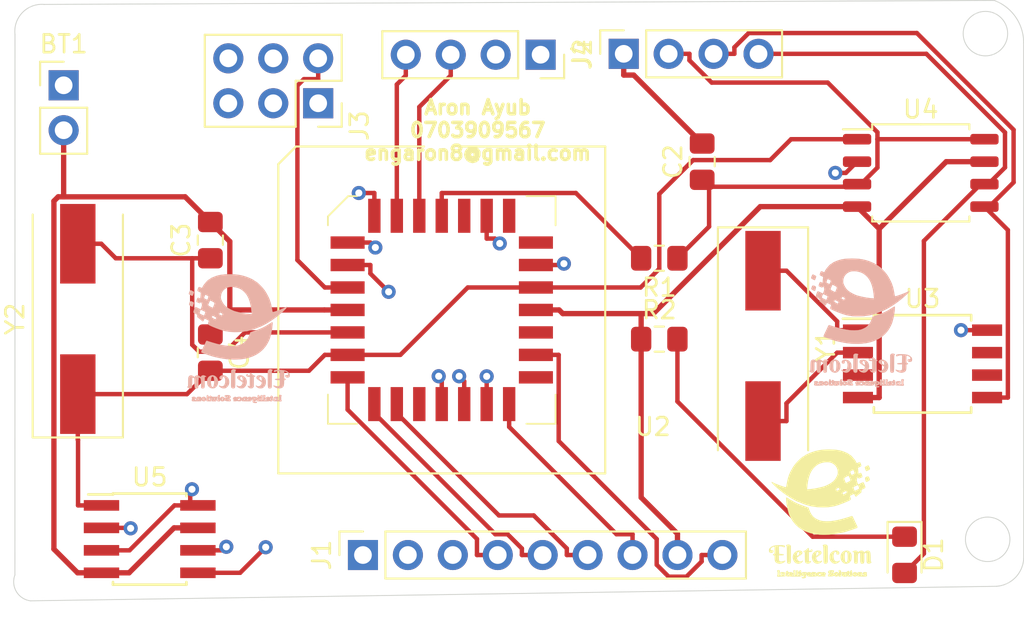
<source format=kicad_pcb>
(kicad_pcb (version 20171130) (host pcbnew "(5.1.5)-3")
  (title_block (title "ARON AYUB") (date 2020-11-30) (rev 1))
  (layers (0 F.Cu signal) (1 In1.Cu signal) (2 In2.Cu signal) (31 B.Cu signal) (34 B.Paste user) (35 F.Paste user) (36 B.SilkS user) (37 F.SilkS user) (38 B.Mask user) (39 F.Mask user) (44 Edge.Cuts user))
  (net 0 "")
  (net 1 GNDPWR)
  (net 2 /VCC)
  (net 3 "Net-(C3-Pad1)")
  (net 4 /ADDR1)
  (net 5 /SCK)
  (net 6 "Net-(D1-Pad1)")
  (net 7 /D8)
  (net 8 /D7)
  (net 9 /D6)
  (net 10 /D5)
  (net 11 /D4)
  (net 12 /D3)
  (net 13 /D2)
  (net 14 /SDA)
  (net 15 /connectors1/RESET)
  (net 16 /MOSI)
  (net 17 /MISO)
  (net 18 /TX)
  (net 19 /RX)
  (net 20 /RESET)
  (net 21 "Net-(U2-Pad25)")
  (net 22 /ADDR2)
  (net 23 "Net-(U2-Pad21)")
  (net 24 "Net-(U2-Pad19)")
  (net 25 "Net-(U2-Pad14)")
  (net 26 "Net-(U2-Pad26)")
  (net 27 "Net-(U2-Pad28)")
  (net 28 "Net-(U3-Pad7)")
  (net 29 "Net-(U3-Pad2)")
  (net 30 "Net-(U3-Pad1)")
  (module "Library:TE_LOGO_ 10.8_8.1" (layer B.Cu) (at 141.732 139.065 180)
    (fp_text reference G*** hide)
    (fp_text value LOGO hide)
  )
  (module "Library:TE_LOGO_ 10.8_8.1" (layer B.Cu) (at 106.553 139.954 180)
    (fp_text reference G*** hide)
    (fp_text value LOGO hide)
  )
  (module "Library:TE_LOGO_ 10.8_8.1" (layer F.Cu) (at 140.081 149.86)
    (fp_text reference G*** hide)
    (fp_text value LOGO hide)
  )
  (module Connector_PinSocket_2.54mm:PinSocket_2x03_P2.54mm_Vertical (layer F.Cu) (at 111.379 126.746 270)
    (fp_text reference J3 (at 1.27 -2.33 90) (layer F.SilkS))
    (fp_text value ICSP)
    (pad 6 thru_hole oval (at -2.54 5.08 270) (size 1.7 1.7) (drill 1) (layers *.Cu *.Mask) (net 1 GNDPWR))
    (pad 5 thru_hole oval (at 0 5.08 270) (size 1.7 1.7) (drill 1) (layers *.Cu *.Mask) (net 15 /connectors1/RESET))
    (pad 4 thru_hole oval (at -2.54 2.54 270) (size 1.7 1.7) (drill 1) (layers *.Cu *.Mask) (net 16 /MOSI))
    (pad 3 thru_hole oval (at 0 2.54 270) (size 1.7 1.7) (drill 1) (layers *.Cu *.Mask) (net 5 /SCK))
    (pad 2 thru_hole oval (at -2.54 0 270) (size 1.7 1.7) (drill 1) (layers *.Cu *.Mask) (net 2 /VCC))
    (pad 1 thru_hole rect (at 0 0 270) (size 1.7 1.7) (drill 1) (layers *.Cu *.Mask) (net 17 /MISO))
  )
  (module Connector_PinSocket_2.54mm:PinSocket_1x04_P2.54mm_Vertical (layer F.Cu) (at 123.952 124.002 270)
    (fp_text reference J4 (at 0 -2.33 90) (layer F.SilkS))
    (fp_text value serial)
    (pad 4 thru_hole oval (at 0 7.62 270) (size 1.7 1.7) (drill 1) (layers *.Cu *.Mask) (net 18 /TX))
    (pad 3 thru_hole oval (at 0 5.08 270) (size 1.7 1.7) (drill 1) (layers *.Cu *.Mask) (net 19 /RX))
    (pad 2 thru_hole oval (at 0 2.54 270) (size 1.7 1.7) (drill 1) (layers *.Cu *.Mask) (net 2 /VCC))
    (pad 1 thru_hole rect (at 0 0 270) (size 1.7 1.7) (drill 1) (layers *.Cu *.Mask) (net 1 GNDPWR))
  )
  (module Connector_PinSocket_2.54mm:PinSocket_1x04_P2.54mm_Vertical (layer F.Cu) (at 128.651 123.952 90)
    (fp_text reference J2 (at 0 -2.33 90) (layer F.SilkS))
    (fp_text value I2C)
    (pad 4 thru_hole oval (at 0 7.62 90) (size 1.7 1.7) (drill 1) (layers *.Cu *.Mask) (net 5 /SCK))
    (pad 3 thru_hole oval (at 0 5.08 90) (size 1.7 1.7) (drill 1) (layers *.Cu *.Mask) (net 14 /SDA))
    (pad 2 thru_hole oval (at 0 2.54 90) (size 1.7 1.7) (drill 1) (layers *.Cu *.Mask) (net 2 /VCC))
    (pad 1 thru_hole rect (at 0 0 90) (size 1.7 1.7) (drill 1) (layers *.Cu *.Mask) (net 1 GNDPWR))
  )
  (module Connector_PinSocket_2.54mm:PinSocket_1x09_P2.54mm_Vertical (layer F.Cu) (at 113.91 152.284 90)
    (fp_text reference J1 (at 0 -2.33 90) (layer F.SilkS))
    (fp_text value "digital pins")
    (pad 9 thru_hole oval (at 0 20.32 90) (size 1.7 1.7) (drill 1) (layers *.Cu *.Mask) (net 2 /VCC))
    (pad 8 thru_hole oval (at 0 17.78 90) (size 1.7 1.7) (drill 1) (layers *.Cu *.Mask) (net 1 GNDPWR))
    (pad 7 thru_hole oval (at 0 15.24 90) (size 1.7 1.7) (drill 1) (layers *.Cu *.Mask) (net 7 /D8))
    (pad 6 thru_hole oval (at 0 12.7 90) (size 1.7 1.7) (drill 1) (layers *.Cu *.Mask) (net 8 /D7))
    (pad 5 thru_hole oval (at 0 10.16 90) (size 1.7 1.7) (drill 1) (layers *.Cu *.Mask) (net 9 /D6))
    (pad 4 thru_hole oval (at 0 7.62 90) (size 1.7 1.7) (drill 1) (layers *.Cu *.Mask) (net 10 /D5))
    (pad 3 thru_hole oval (at 0 5.08 90) (size 1.7 1.7) (drill 1) (layers *.Cu *.Mask) (net 11 /D4))
    (pad 2 thru_hole oval (at 0 2.54 90) (size 1.7 1.7) (drill 1) (layers *.Cu *.Mask) (net 12 /D3))
    (pad 1 thru_hole rect (at 0 0 90) (size 1.7 1.7) (drill 1) (layers *.Cu *.Mask) (net 13 /D2))
  )
  (module Crystal:Crystal_SMD_HC49-SD (layer F.Cu) (at 97.79 138.938 90)
    (fp_text reference Y2 (at 0 -3.55 90) (layer F.SilkS))
    (fp_text value "Crystal 16Mhz")
    (pad 2 smd rect (at 4.25 0 90) (size 4.5 2) (layers F.Cu F.Paste F.Mask) (net 3 "Net-(C3-Pad1)"))
    (pad 1 smd rect (at -4.25 0 90) (size 4.5 2) (layers F.Cu F.Paste F.Mask) (net 4 /ADDR1))
  )
  (module Crystal:Crystal_SMD_HC49-SD (layer F.Cu) (at 136.525 140.462 270)
    (fp_text reference Y1 (at 0 -3.55 90) (layer F.SilkS))
    (fp_text value "Crystal 32MHz")
    (pad 2 smd rect (at 4.25 0 270) (size 4.5 2) (layers F.Cu F.Paste F.Mask) (net 29 "Net-(U3-Pad2)"))
    (pad 1 smd rect (at -4.25 0 270) (size 4.5 2) (layers F.Cu F.Paste F.Mask) (net 30 "Net-(U3-Pad1)"))
  )
  (module Package_SO:PowerIntegrations_SO-8 (layer F.Cu) (at 101.854 151.384)
    (fp_text reference U5 (at 0 -3.5) (layer F.SilkS))
    (fp_text value 24LC1025)
    (pad 1 smd rect (at -2.725 -1.905) (size 2 0.6) (layers F.Cu F.Paste F.Mask) (net 4 /ADDR1))
    (pad 2 smd rect (at -2.725 -0.635) (size 2 0.6) (layers F.Cu F.Paste F.Mask) (net 22 /ADDR2))
    (pad 3 smd rect (at -2.725 0.635) (size 2 0.6) (layers F.Cu F.Paste F.Mask) (net 2 /VCC))
    (pad 4 smd rect (at -2.725 1.905) (size 2 0.6) (layers F.Cu F.Paste F.Mask) (net 1 GNDPWR))
    (pad 5 smd rect (at 2.725 1.905) (size 2 0.6) (layers F.Cu F.Paste F.Mask) (net 14 /SDA))
    (pad 6 smd rect (at 2.725 0.635) (size 2 0.6) (layers F.Cu F.Paste F.Mask) (net 5 /SCK))
    (pad 7 smd rect (at 2.725 -0.635) (size 2 0.6) (layers F.Cu F.Paste F.Mask) (net 1 GNDPWR))
    (pad 8 smd rect (at 2.725 -1.905) (size 2 0.6) (layers F.Cu F.Paste F.Mask) (net 2 /VCC))
  )
  (module Package_SO:SOIC-8_5.275x5.275mm_P1.27mm (layer F.Cu) (at 145.442 130.683)
    (fp_text reference U4 (at 0 -3.59) (layer F.SilkS))
    (fp_text value 24LC1025)
    (pad 8 smd roundrect (at 3.6 -1.905) (size 1.6 0.6) (layers F.Cu F.Paste F.Mask) (net 2 /VCC))
    (pad 7 smd roundrect (at 3.6 -0.635) (size 1.6 0.6) (layers F.Cu F.Paste F.Mask) (net 1 GNDPWR))
    (pad 6 smd roundrect (at 3.6 0.635) (size 1.6 0.6) (layers F.Cu F.Paste F.Mask) (net 5 /SCK))
    (pad 5 smd roundrect (at 3.6 1.905) (size 1.6 0.6) (layers F.Cu F.Paste F.Mask) (net 14 /SDA))
    (pad 4 smd roundrect (at -3.6 1.905) (size 1.6 0.6) (layers F.Cu F.Paste F.Mask) (net 1 GNDPWR))
    (pad 3 smd roundrect (at -3.6 0.635) (size 1.6 0.6) (layers F.Cu F.Paste F.Mask) (net 2 /VCC))
    (pad 2 smd roundrect (at -3.6 -0.635) (size 1.6 0.6) (layers F.Cu F.Paste F.Mask) (net 22 /ADDR2))
    (pad 1 smd roundrect (at -3.6 -1.905) (size 1.6 0.6) (layers F.Cu F.Paste F.Mask) (net 4 /ADDR1))
  )
  (module Package_SO:SOIJ-8_5.3x5.3mm_P1.27mm (layer F.Cu) (at 145.542 141.478)
    (fp_text reference U3 (at 0 -3.68) (layer F.SilkS))
    (fp_text value DS1337_PDv2)
    (pad 8 smd rect (at 3.65 -1.905) (size 1.7 0.65) (layers F.Cu F.Paste F.Mask) (net 2 /VCC))
    (pad 7 smd rect (at 3.65 -0.635) (size 1.7 0.65) (layers F.Cu F.Paste F.Mask) (net 28 "Net-(U3-Pad7)"))
    (pad 6 smd rect (at 3.65 0.635) (size 1.7 0.65) (layers F.Cu F.Paste F.Mask))
    (pad 5 smd rect (at 3.65 1.905) (size 1.7 0.65) (layers F.Cu F.Paste F.Mask) (net 14 /SDA))
    (pad 4 smd rect (at -3.65 1.905) (size 1.7 0.65) (layers F.Cu F.Paste F.Mask) (net 1 GNDPWR))
    (pad 3 smd rect (at -3.65 0.635) (size 1.7 0.65) (layers F.Cu F.Paste F.Mask))
    (pad 2 smd rect (at -3.65 -0.635) (size 1.7 0.65) (layers F.Cu F.Paste F.Mask) (net 29 "Net-(U3-Pad2)"))
    (pad 1 smd rect (at -3.65 -1.905) (size 1.7 0.65) (layers F.Cu F.Paste F.Mask) (net 30 "Net-(U3-Pad1)"))
  )
  (module Package_LCC:PLCC-28_SMD-Socket (layer F.Cu) (at 118.364 138.43)
    (fp_text reference U2 (at 11.938 6.604) (layer F.SilkS))
    (fp_text value ATmega328P-PU)
    (pad 25 smd rect (at 5.3225 -3.81) (size 1.925 0.7) (layers F.Cu F.Paste F.Mask) (net 21 "Net-(U2-Pad25)"))
    (pad 24 smd rect (at 5.3225 -2.54) (size 1.925 0.7) (layers F.Cu F.Paste F.Mask) (net 22 /ADDR2))
    (pad 23 smd rect (at 5.3225 -1.27) (size 1.925 0.7) (layers F.Cu F.Paste F.Mask) (net 4 /ADDR1))
    (pad 22 smd rect (at 5.3225 0) (size 1.925 0.7) (layers F.Cu F.Paste F.Mask) (net 1 GNDPWR))
    (pad 21 smd rect (at 5.3225 1.27) (size 1.925 0.7) (layers F.Cu F.Paste F.Mask) (net 23 "Net-(U2-Pad21)"))
    (pad 20 smd rect (at 5.3225 2.54) (size 1.925 0.7) (layers F.Cu F.Paste F.Mask) (net 2 /VCC))
    (pad 19 smd rect (at 5.3225 3.81) (size 1.925 0.7) (layers F.Cu F.Paste F.Mask) (net 24 "Net-(U2-Pad19)"))
    (pad 18 smd rect (at 3.81 5.3225) (size 0.7 1.925) (layers F.Cu F.Paste F.Mask) (net 7 /D8))
    (pad 17 smd rect (at 2.54 5.3225) (size 0.7 1.925) (layers F.Cu F.Paste F.Mask) (net 5 /SCK))
    (pad 16 smd rect (at 1.27 5.3225) (size 0.7 1.925) (layers F.Cu F.Paste F.Mask) (net 17 /MISO))
    (pad 15 smd rect (at 0 5.3225) (size 0.7 1.925) (layers F.Cu F.Paste F.Mask) (net 16 /MOSI))
    (pad 14 smd rect (at -1.27 5.3225) (size 0.7 1.925) (layers F.Cu F.Paste F.Mask) (net 25 "Net-(U2-Pad14)"))
    (pad 13 smd rect (at -2.54 5.3225) (size 0.7 1.925) (layers F.Cu F.Paste F.Mask) (net 8 /D7))
    (pad 12 smd rect (at -3.81 5.3225) (size 0.7 1.925) (layers F.Cu F.Paste F.Mask) (net 9 /D6))
    (pad 11 smd rect (at -5.3225 3.81) (size 1.925 0.7) (layers F.Cu F.Paste F.Mask) (net 10 /D5))
    (pad 10 smd rect (at -5.3225 2.54) (size 1.925 0.7) (layers F.Cu F.Paste F.Mask) (net 4 /ADDR1))
    (pad 9 smd rect (at -5.3225 1.27) (size 1.925 0.7) (layers F.Cu F.Paste F.Mask) (net 3 "Net-(C3-Pad1)"))
    (pad 8 smd rect (at -5.3225 0) (size 1.925 0.7) (layers F.Cu F.Paste F.Mask) (net 1 GNDPWR))
    (pad 7 smd rect (at -5.3225 -1.27) (size 1.925 0.7) (layers F.Cu F.Paste F.Mask) (net 2 /VCC))
    (pad 6 smd rect (at -5.3225 -2.54) (size 1.925 0.7) (layers F.Cu F.Paste F.Mask) (net 11 /D4))
    (pad 5 smd rect (at -5.3225 -3.81) (size 1.925 0.7) (layers F.Cu F.Paste F.Mask) (net 12 /D3))
    (pad 26 smd rect (at 3.81 -5.3225) (size 0.7 1.925) (layers F.Cu F.Paste F.Mask) (net 26 "Net-(U2-Pad26)"))
    (pad 27 smd rect (at 2.54 -5.3225) (size 0.7 1.925) (layers F.Cu F.Paste F.Mask) (net 14 /SDA))
    (pad 28 smd rect (at 1.27 -5.3225) (size 0.7 1.925) (layers F.Cu F.Paste F.Mask) (net 27 "Net-(U2-Pad28)"))
    (pad 4 smd rect (at -3.81 -5.3225) (size 0.7 1.925) (layers F.Cu F.Paste F.Mask) (net 13 /D2))
    (pad 3 smd rect (at -2.54 -5.3225) (size 0.7 1.925) (layers F.Cu F.Paste F.Mask) (net 18 /TX))
    (pad 2 smd rect (at -1.27 -5.3225) (size 0.7 1.925) (layers F.Cu F.Paste F.Mask) (net 19 /RX))
    (pad 1 smd rect (at 0 -5.3225) (size 0.7 1.925) (layers F.Cu F.Paste F.Mask) (net 20 /RESET))
  )
  (module Resistor_SMD:R_0805_2012Metric_Pad1.15x1.40mm_HandSolder (layer F.Cu) (at 130.661 140.081)
    (fp_text reference R2 (at 0 -1.65) (layer F.SilkS))
    (fp_text value 330ohm)
    (pad 2 smd roundrect (at 1.025 0) (size 1.15 1.4) (layers F.Cu F.Paste F.Mask) (roundrect_rratio 0.217391) (net 6 "Net-(D1-Pad1)"))
    (pad 1 smd roundrect (at -1.025 0) (size 1.15 1.4) (layers F.Cu F.Paste F.Mask) (roundrect_rratio 0.217391) (net 1 GNDPWR))
  )
  (module Resistor_SMD:R_0805_2012Metric_Pad1.15x1.40mm_HandSolder (layer F.Cu) (at 130.661 135.509 180)
    (fp_text reference R1 (at 0 -1.65) (layer F.SilkS))
    (fp_text value 10Kohm)
    (pad 2 smd roundrect (at 1.025 0 180) (size 1.15 1.4) (layers F.Cu F.Paste F.Mask) (roundrect_rratio 0.217391) (net 20 /RESET))
    (pad 1 smd roundrect (at -1.025 0 180) (size 1.15 1.4) (layers F.Cu F.Paste F.Mask) (roundrect_rratio 0.217391) (net 2 /VCC))
  )
  (module LED_SMD:LED_0805_2012Metric_Pad1.15x1.40mm_HandSolder (layer F.Cu) (at 144.526 152.273 270)
    (fp_text reference D1 (at 0 -1.65 90) (layer F.SilkS))
    (fp_text value LED)
    (pad 1 smd roundrect (at -1.025 0 270) (size 1.15 1.4) (layers F.Cu F.Paste F.Mask) (roundrect_rratio 0.217391) (net 6 "Net-(D1-Pad1)"))
    (pad 2 smd roundrect (at 1.025 0 270) (size 1.15 1.4) (layers F.Cu F.Paste F.Mask) (roundrect_rratio 0.217391) (net 5 /SCK))
  )
  (module Capacitor_SMD:C_0805_2012Metric_Pad1.15x1.40mm_HandSolder (layer F.Cu) (at 105.283 140.843 270)
    (fp_text reference C4 (at 0 -1.65 90) (layer F.SilkS))
    (fp_text value 22pF)
    (pad 2 smd roundrect (at 1.025 0 270) (size 1.15 1.4) (layers F.Cu F.Paste F.Mask) (roundrect_rratio 0.217391) (net 4 /ADDR1))
    (pad 1 smd roundrect (at -1.025 0 270) (size 1.15 1.4) (layers F.Cu F.Paste F.Mask) (roundrect_rratio 0.217391) (net 1 GNDPWR))
  )
  (module Capacitor_SMD:C_0805_2012Metric_Pad1.15x1.40mm_HandSolder (layer F.Cu) (at 105.283 134.484 90)
    (fp_text reference C3 (at 0 -1.65 90) (layer F.SilkS))
    (fp_text value 22pF)
    (pad 2 smd roundrect (at 1.025 0 90) (size 1.15 1.4) (layers F.Cu F.Paste F.Mask) (roundrect_rratio 0.217391) (net 1 GNDPWR))
    (pad 1 smd roundrect (at -1.025 0 90) (size 1.15 1.4) (layers F.Cu F.Paste F.Mask) (roundrect_rratio 0.217391) (net 3 "Net-(C3-Pad1)"))
  )
  (module Capacitor_SMD:C_0805_2012Metric_Pad1.15x1.40mm_HandSolder (layer F.Cu) (at 133.085 130.048 90)
    (fp_text reference C2 (at 0 -1.65 90) (layer F.SilkS))
    (fp_text value 10uF)
    (pad 2 smd roundrect (at 1.025 0 90) (size 1.15 1.4) (layers F.Cu F.Paste F.Mask) (roundrect_rratio 0.217391) (net 1 GNDPWR))
    (pad 1 smd roundrect (at -1.025 0 90) (size 1.15 1.4) (layers F.Cu F.Paste F.Mask) (roundrect_rratio 0.217391) (net 2 /VCC))
  )
  (module Connector_PinHeader_2.54mm:PinHeader_1x02_P2.54mm_Vertical (layer F.Cu) (at 96.99 125.73)
    (fp_text reference BT1 (at 0 -2.33) (layer F.SilkS))
    (fp_text value 3V)
    (pad 2 thru_hole oval (at 0 2.54) (size 1.7 1.7) (drill 1) (layers *.Cu *.Mask) (net 1 GNDPWR))
    (pad 1 thru_hole rect (at 0 0) (size 1.7 1.7) (drill 1) (layers *.Cu *.Mask) (net 2 /VCC))
  )
  (gr_circle (center 149.225 151.396765) (end 150.114 152.285765) (layer Edge.Cuts) (width 0.05))
  (gr_circle (center 149.098 122.809) (end 149.987 123.698) (layer Edge.Cuts) (width 0.05))
  (gr_text "Aron Ayub\n0703909567\nengaron8@gmail.com" (at 120.396 128.27) (layer F.SilkS) (effects (font (size 0.8 0.8) (thickness 0.2))))
  (gr_line (start 149.595092 120.933608) (end 95.884999 121.158001) (layer Edge.Cuts) (width 0.05))
  (gr_line (start 94.234 153.416) (end 94.239193 122.860684) (layer Edge.Cuts) (width 0.05))
  (gr_line (start 149.732999 154.050999) (end 95.115412 154.873709) (layer Edge.Cuts) (width 0.05))
  (gr_line (start 151.257 123.317) (end 151.259327 152.491852) (layer Edge.Cuts) (width 0.05))
  (gr_arc (start 95.758 122.682) (end 95.884999 121.158001) (angle -101.4734785) (layer Edge.Cuts) (width 0.05))
  (gr_arc (start 95.25 153.797) (end 94.234 153.416) (angle -103.4310616) (layer Edge.Cuts) (width 0.05))
  (gr_arc (start 149.606 152.4) (end 149.732999 154.050999) (angle -82.42146453) (layer Edge.Cuts) (width 0.05))
  (gr_arc (start 148.717 123.317) (end 151.257 123.317) (angle -69.77514057) (layer Edge.Cuts) (width 0.05))
  (segment (start 128.651 123.952) (end 128.651 125.1523) (width 0.3) (layer F.Cu) (net 1))
  (segment (start 128.651 125.1523) (end 129.2143 125.1523) (width 0.3) (layer F.Cu) (net 1))
  (segment (start 129.2143 125.1523) (end 133.085 129.023) (width 0.3) (layer F.Cu) (net 1))
  (segment (start 129.636 138.6362) (end 125.2055 138.6362) (width 0.3) (layer F.Cu) (net 1))
  (segment (start 125.2055 138.6362) (end 124.9993 138.43) (width 0.3) (layer F.Cu) (net 1))
  (segment (start 141.842 132.588) (end 136.3712 132.588) (width 0.3) (layer F.Cu) (net 1))
  (segment (start 136.3712 132.588) (end 130.323 138.6362) (width 0.3) (layer F.Cu) (net 1))
  (segment (start 130.323 138.6362) (end 129.636 138.6362) (width 0.3) (layer F.Cu) (net 1))
  (segment (start 129.636 140.081) (end 129.636 138.6362) (width 0.3) (layer F.Cu) (net 1))
  (segment (start 123.6865 138.43) (end 124.9993 138.43) (width 0.3) (layer F.Cu) (net 1))
  (segment (start 96.99 132.0342) (end 103.8582 132.0342) (width 0.3) (layer F.Cu) (net 1))
  (segment (start 103.8582 132.0342) (end 105.283 133.459) (width 0.3) (layer F.Cu) (net 1))
  (segment (start 97.7787 153.289) (end 96.4394 151.9497) (width 0.3) (layer F.Cu) (net 1))
  (segment (start 96.4394 151.9497) (end 96.4394 132.275) (width 0.3) (layer F.Cu) (net 1))
  (segment (start 96.4394 132.275) (end 96.6802 132.0342) (width 0.3) (layer F.Cu) (net 1))
  (segment (start 96.6802 132.0342) (end 96.99 132.0342) (width 0.3) (layer F.Cu) (net 1))
  (segment (start 96.99 129.4703) (end 96.99 132.0342) (width 0.3) (layer F.Cu) (net 1))
  (segment (start 99.129 153.289) (end 97.7787 153.289) (width 0.3) (layer F.Cu) (net 1))
  (segment (start 96.99 128.27) (end 96.99 129.4703) (width 0.3) (layer F.Cu) (net 1))
  (segment (start 131.69 152.284) (end 131.69 151.0837) (width 0.3) (layer F.Cu) (net 1))
  (segment (start 131.69 151.0837) (end 129.636 149.0297) (width 0.3) (layer F.Cu) (net 1))
  (segment (start 129.636 149.0297) (end 129.636 140.081) (width 0.3) (layer F.Cu) (net 1))
  (segment (start 141.892 143.383) (end 143.0923 143.383) (width 0.3) (layer F.Cu) (net 1))
  (segment (start 143.0923 133.8383) (end 143.0923 143.383) (width 0.3) (layer F.Cu) (net 1))
  (segment (start 149.042 130.048) (end 146.8826 130.048) (width 0.3) (layer F.Cu) (net 1))
  (segment (start 146.8826 130.048) (end 143.0923 133.8383) (width 0.3) (layer F.Cu) (net 1))
  (segment (start 143.0923 133.8383) (end 141.842 132.588) (width 0.3) (layer F.Cu) (net 1))
  (segment (start 104.579 150.749) (end 103.2287 150.749) (width 0.3) (layer F.Cu) (net 1))
  (segment (start 103.2287 150.749) (end 100.6887 153.289) (width 0.3) (layer F.Cu) (net 1))
  (segment (start 100.6887 153.289) (end 99.129 153.289) (width 0.3) (layer F.Cu) (net 1))
  (segment (start 105.283 133.459) (end 106.3833 134.5593) (width 0.3) (layer F.Cu) (net 1))
  (segment (start 106.3833 134.5593) (end 106.3833 138.43) (width 0.3) (layer F.Cu) (net 1))
  (segment (start 106.3833 138.43) (end 106.3833 138.7177) (width 0.3) (layer F.Cu) (net 1))
  (segment (start 106.3833 138.7177) (end 105.283 139.818) (width 0.3) (layer F.Cu) (net 1))
  (segment (start 106.3833 138.43) (end 111.7287 138.43) (width 0.3) (layer F.Cu) (net 1))
  (segment (start 113.0415 138.43) (end 111.7287 138.43) (width 0.3) (layer F.Cu) (net 1))
  (segment (start 133.4763 131.4643) (end 133.085 131.073) (width 0.25) (layer F.Cu) (net 2))
  (segment (start 141.842 131.318) (end 141.6957 131.4643) (width 0.25) (layer F.Cu) (net 2))
  (segment (start 141.6957 131.4643) (end 133.4763 131.4643) (width 0.25) (layer F.Cu) (net 2))
  (segment (start 133.4763 131.4643) (end 133.4763 133.7187) (width 0.25) (layer F.Cu) (net 2))
  (segment (start 133.4763 133.7187) (end 131.686 135.509) (width 0.25) (layer F.Cu) (net 2))
  (segment (start 142.9933 128.778) (end 142.9933 130.3827) (width 0.25) (layer F.Cu) (net 2))
  (segment (start 142.9933 130.3827) (end 142.058 131.318) (width 0.25) (layer F.Cu) (net 2))
  (segment (start 142.058 131.318) (end 141.842 131.318) (width 0.25) (layer F.Cu) (net 2))
  (segment (start 132.3663 123.952) (end 132.3663 124.3194) (width 0.25) (layer F.Cu) (net 2))
  (segment (start 132.3663 124.3194) (end 133.6245 125.5776) (width 0.25) (layer F.Cu) (net 2))
  (segment (start 133.6245 125.5776) (end 140.1845 125.5776) (width 0.25) (layer F.Cu) (net 2))
  (segment (start 140.1845 125.5776) (end 142.9933 128.3864) (width 0.25) (layer F.Cu) (net 2))
  (segment (start 142.9933 128.3864) (end 142.9933 128.778) (width 0.25) (layer F.Cu) (net 2))
  (segment (start 123.6865 140.97) (end 124.9743 140.97) (width 0.25) (layer F.Cu) (net 2))
  (segment (start 134.23 152.284) (end 133.0547 152.284) (width 0.25) (layer F.Cu) (net 2))
  (segment (start 133.0547 152.284) (end 133.0547 152.6513) (width 0.25) (layer F.Cu) (net 2))
  (segment (start 133.0547 152.6513) (end 132.1952 153.5108) (width 0.25) (layer F.Cu) (net 2))
  (segment (start 132.1952 153.5108) (end 131.1914 153.5108) (width 0.25) (layer F.Cu) (net 2))
  (segment (start 131.1914 153.5108) (end 130.5146 152.834) (width 0.25) (layer F.Cu) (net 2))
  (segment (start 130.5146 152.834) (end 130.5146 151.3803) (width 0.25) (layer F.Cu) (net 2))
  (segment (start 130.5146 151.3803) (end 124.9743 145.84) (width 0.25) (layer F.Cu) (net 2))
  (segment (start 124.9743 145.84) (end 124.9743 140.97) (width 0.25) (layer F.Cu) (net 2))
  (segment (start 131.191 123.952) (end 132.3663 123.952) (width 0.25) (layer F.Cu) (net 2))
  (segment (start 104.2438 148.5674) (end 104.145 148.6662) (width 0.25) (layer F.Cu) (net 2))
  (segment (start 104.145 148.6662) (end 104.145 149.479) (width 0.25) (layer F.Cu) (net 2))
  (segment (start 104.145 149.479) (end 103.2537 149.479) (width 0.25) (layer F.Cu) (net 2))
  (segment (start 104.579 149.479) (end 104.145 149.479) (width 0.25) (layer F.Cu) (net 2))
  (segment (start 99.129 152.019) (end 100.7137 152.019) (width 0.25) (layer F.Cu) (net 2))
  (segment (start 100.7137 152.019) (end 103.2537 149.479) (width 0.25) (layer F.Cu) (net 2))
  (segment (start 148.0167 139.573) (end 147.7161 139.573) (width 0.25) (layer F.Cu) (net 2))
  (segment (start 149.192 139.573) (end 148.0167 139.573) (width 0.25) (layer F.Cu) (net 2))
  (segment (start 113.0415 137.16) (end 111.7537 137.16) (width 0.25) (layer F.Cu) (net 2))
  (segment (start 111.379 124.206) (end 111.379 125.3813) (width 0.25) (layer F.Cu) (net 2))
  (segment (start 111.379 125.3813) (end 110.571 125.3813) (width 0.25) (layer F.Cu) (net 2))
  (segment (start 110.571 125.3813) (end 110.2036 125.7487) (width 0.25) (layer F.Cu) (net 2))
  (segment (start 110.2036 125.7487) (end 110.2036 135.6099) (width 0.25) (layer F.Cu) (net 2))
  (segment (start 110.2036 135.6099) (end 111.7537 137.16) (width 0.25) (layer F.Cu) (net 2))
  (segment (start 142.9933 128.778) (end 149.042 128.778) (width 0.25) (layer F.Cu) (net 2))
  (via (at 104.2438 148.5674) (size 0.8) (layers F.Cu B.Cu) (net 2))
  (via (at 147.7161 139.573) (size 0.8) (layers F.Cu B.Cu) (net 2))
  (segment (start 104.2566 135.509) (end 99.9363 135.509) (width 0.25) (layer F.Cu) (net 3))
  (segment (start 99.9363 135.509) (end 99.1153 134.688) (width 0.25) (layer F.Cu) (net 3))
  (segment (start 105.283 135.509) (end 104.2566 135.509) (width 0.25) (layer F.Cu) (net 3))
  (segment (start 113.0415 139.7) (end 107.244 139.7) (width 0.25) (layer F.Cu) (net 3))
  (segment (start 107.244 139.7) (end 106.1544 140.7896) (width 0.25) (layer F.Cu) (net 3))
  (segment (start 106.1544 140.7896) (end 104.6487 140.7896) (width 0.25) (layer F.Cu) (net 3))
  (segment (start 104.6487 140.7896) (end 104.2566 140.3975) (width 0.25) (layer F.Cu) (net 3))
  (segment (start 104.2566 140.3975) (end 104.2566 135.509) (width 0.25) (layer F.Cu) (net 3))
  (segment (start 97.79 134.688) (end 99.1153 134.688) (width 0.25) (layer F.Cu) (net 3))
  (segment (start 113.0415 140.97) (end 111.7537 140.97) (width 0.25) (layer F.Cu) (net 4))
  (segment (start 105.283 141.868) (end 110.8557 141.868) (width 0.25) (layer F.Cu) (net 4))
  (segment (start 110.8557 141.868) (end 111.7537 140.97) (width 0.25) (layer F.Cu) (net 4))
  (segment (start 97.79 143.188) (end 103.963 143.188) (width 0.25) (layer F.Cu) (net 4))
  (segment (start 103.963 143.188) (end 105.283 141.868) (width 0.25) (layer F.Cu) (net 4))
  (segment (start 123.6865 137.16) (end 129.6052 137.16) (width 0.25) (layer F.Cu) (net 4))
  (segment (start 129.6052 137.16) (end 130.661 136.1042) (width 0.25) (layer F.Cu) (net 4))
  (segment (start 130.661 136.1042) (end 130.661 131.8721) (width 0.25) (layer F.Cu) (net 4))
  (segment (start 130.661 131.8721) (end 132.5755 129.9576) (width 0.25) (layer F.Cu) (net 4))
  (segment (start 132.5755 129.9576) (end 136.9325 129.9576) (width 0.25) (layer F.Cu) (net 4))
  (segment (start 136.9325 129.9576) (end 138.1121 128.778) (width 0.25) (layer F.Cu) (net 4))
  (segment (start 138.1121 128.778) (end 141.842 128.778) (width 0.25) (layer F.Cu) (net 4))
  (segment (start 113.0415 140.97) (end 116.0239 140.97) (width 0.25) (layer F.Cu) (net 4))
  (segment (start 116.0239 140.97) (end 119.8339 137.16) (width 0.25) (layer F.Cu) (net 4))
  (segment (start 119.8339 137.16) (end 123.6865 137.16) (width 0.25) (layer F.Cu) (net 4))
  (segment (start 97.79 143.188) (end 97.79 145.7633) (width 0.25) (layer F.Cu) (net 4))
  (segment (start 99.129 149.479) (end 97.8037 149.479) (width 0.25) (layer F.Cu) (net 4))
  (segment (start 97.8037 149.479) (end 97.8037 145.777) (width 0.25) (layer F.Cu) (net 4))
  (segment (start 97.8037 145.777) (end 97.79 145.7633) (width 0.25) (layer F.Cu) (net 4))
  (segment (start 149.042 131.318) (end 149.262 131.318) (width 0.25) (layer F.Cu) (net 5))
  (segment (start 149.262 131.318) (end 150.2039 130.3761) (width 0.25) (layer F.Cu) (net 5))
  (segment (start 150.2039 130.3761) (end 150.2039 128.3957) (width 0.25) (layer F.Cu) (net 5))
  (segment (start 150.2039 128.3957) (end 145.7602 123.952) (width 0.25) (layer F.Cu) (net 5))
  (segment (start 145.7602 123.952) (end 136.271 123.952) (width 0.25) (layer F.Cu) (net 5))
  (segment (start 144.526 153.298) (end 145.6193 152.2047) (width 0.25) (layer F.Cu) (net 5))
  (segment (start 145.6193 152.2047) (end 145.6193 134.5276) (width 0.25) (layer F.Cu) (net 5))
  (segment (start 145.6193 134.5276) (end 148.8289 131.318) (width 0.25) (layer F.Cu) (net 5))
  (segment (start 148.8289 131.318) (end 149.042 131.318) (width 0.25) (layer F.Cu) (net 5))
  (segment (start 120.904 142.1834) (end 120.904 143.7525) (width 0.25) (layer F.Cu) (net 5))
  (segment (start 106.1846 151.8186) (end 106.1047 151.8186) (width 0.25) (layer F.Cu) (net 5))
  (segment (start 106.1047 151.8186) (end 105.9043 152.019) (width 0.25) (layer F.Cu) (net 5))
  (segment (start 104.579 152.019) (end 105.9043 152.019) (width 0.25) (layer F.Cu) (net 5))
  (via (at 120.904 142.1834) (size 0.8) (layers F.Cu B.Cu) (net 5))
  (via (at 106.1846 151.8186) (size 0.8) (layers F.Cu B.Cu) (net 5))
  (segment (start 144.526 151.248) (end 139.3308 151.248) (width 0.25) (layer F.Cu) (net 6))
  (segment (start 139.3308 151.248) (end 131.686 143.6032) (width 0.25) (layer F.Cu) (net 6))
  (segment (start 131.686 143.6032) (end 131.686 140.081) (width 0.25) (layer F.Cu) (net 6))
  (segment (start 129.15 152.284) (end 129.15 151.1087) (width 0.25) (layer F.Cu) (net 7))
  (segment (start 122.174 143.7525) (end 122.174 145.0403) (width 0.25) (layer F.Cu) (net 7))
  (segment (start 122.174 145.0403) (end 128.2424 151.1087) (width 0.25) (layer F.Cu) (net 7))
  (segment (start 128.2424 151.1087) (end 129.15 151.1087) (width 0.25) (layer F.Cu) (net 7))
  (segment (start 126.61 152.284) (end 125.4347 152.284) (width 0.25) (layer F.Cu) (net 8))
  (segment (start 115.824 143.7525) (end 115.824 144.2735) (width 0.25) (layer F.Cu) (net 8))
  (segment (start 115.824 144.2735) (end 121.598 150.0475) (width 0.25) (layer F.Cu) (net 8))
  (segment (start 121.598 150.0475) (end 123.5655 150.0475) (width 0.25) (layer F.Cu) (net 8))
  (segment (start 123.5655 150.0475) (end 125.4347 151.9167) (width 0.25) (layer F.Cu) (net 8))
  (segment (start 125.4347 151.9167) (end 125.4347 152.284) (width 0.25) (layer F.Cu) (net 8))
  (segment (start 124.07 152.284) (end 122.8947 152.284) (width 0.25) (layer F.Cu) (net 9))
  (segment (start 114.554 143.7525) (end 114.554 144.2722) (width 0.25) (layer F.Cu) (net 9))
  (segment (start 114.554 144.2722) (end 121.3905 151.1087) (width 0.25) (layer F.Cu) (net 9))
  (segment (start 121.3905 151.1087) (end 122.0868 151.1087) (width 0.25) (layer F.Cu) (net 9))
  (segment (start 122.0868 151.1087) (end 122.8947 151.9166) (width 0.25) (layer F.Cu) (net 9))
  (segment (start 122.8947 151.9166) (end 122.8947 152.284) (width 0.25) (layer F.Cu) (net 9))
  (segment (start 121.53 152.284) (end 120.3547 152.284) (width 0.25) (layer F.Cu) (net 10))
  (segment (start 113.0415 142.24) (end 113.0415 144.0649) (width 0.25) (layer F.Cu) (net 10))
  (segment (start 113.0415 144.0649) (end 120.3547 151.3781) (width 0.25) (layer F.Cu) (net 10))
  (segment (start 120.3547 151.3781) (end 120.3547 152.284) (width 0.25) (layer F.Cu) (net 10))
  (segment (start 113.0415 135.89) (end 114.3293 135.89) (width 0.25) (layer F.Cu) (net 11))
  (segment (start 114.3293 135.89) (end 114.3293 136.3736) (width 0.25) (layer F.Cu) (net 11))
  (segment (start 114.3293 136.3736) (end 115.3612 137.4055) (width 0.25) (layer F.Cu) (net 11))
  (via (at 115.3612 137.4055) (size 0.8) (layers F.Cu B.Cu) (net 11))
  (segment (start 114.3293 134.62) (end 114.6102 134.9009) (width 0.25) (layer F.Cu) (net 12))
  (segment (start 113.0415 134.62) (end 114.3293 134.62) (width 0.25) (layer F.Cu) (net 12))
  (via (at 114.6102 134.9009) (size 0.8) (layers F.Cu B.Cu) (net 12))
  (segment (start 114.554 131.8197) (end 113.6757 131.8197) (width 0.25) (layer F.Cu) (net 13))
  (segment (start 114.554 133.1075) (end 114.554 131.8197) (width 0.25) (layer F.Cu) (net 13))
  (via (at 113.6757 131.8197) (size 0.8) (layers F.Cu B.Cu) (net 13))
  (segment (start 108.4104 151.8441) (end 106.9655 153.289) (width 0.25) (layer F.Cu) (net 14))
  (segment (start 106.9655 153.289) (end 104.579 153.289) (width 0.25) (layer F.Cu) (net 14))
  (segment (start 120.904 133.1075) (end 120.904 134.3953) (width 0.25) (layer F.Cu) (net 14))
  (segment (start 120.904 134.3953) (end 121.3669 134.3953) (width 0.25) (layer F.Cu) (net 14))
  (segment (start 121.3669 134.3953) (end 121.6428 134.6712) (width 0.25) (layer F.Cu) (net 14))
  (segment (start 149.1811 132.7271) (end 150.3673 133.9133) (width 0.25) (layer F.Cu) (net 14))
  (segment (start 150.3673 133.9133) (end 150.3673 143.383) (width 0.25) (layer F.Cu) (net 14))
  (segment (start 149.042 132.588) (end 149.1811 132.7271) (width 0.25) (layer F.Cu) (net 14))
  (segment (start 149.1811 132.7271) (end 150.6901 131.2181) (width 0.25) (layer F.Cu) (net 14))
  (segment (start 150.6901 131.2181) (end 150.6901 128.245) (width 0.25) (layer F.Cu) (net 14))
  (segment (start 150.6901 128.245) (end 145.2218 122.7767) (width 0.25) (layer F.Cu) (net 14))
  (segment (start 145.2218 122.7767) (end 135.7142 122.7767) (width 0.25) (layer F.Cu) (net 14))
  (segment (start 135.7142 122.7767) (end 134.9063 123.5846) (width 0.25) (layer F.Cu) (net 14))
  (segment (start 134.9063 123.5846) (end 134.9063 123.952) (width 0.25) (layer F.Cu) (net 14))
  (segment (start 133.731 123.952) (end 134.9063 123.952) (width 0.25) (layer F.Cu) (net 14))
  (segment (start 149.192 143.383) (end 150.3673 143.383) (width 0.25) (layer F.Cu) (net 14))
  (via (at 108.4104 151.8441) (size 0.8) (layers F.Cu B.Cu) (net 14))
  (via (at 121.6428 134.6712) (size 0.8) (layers F.Cu B.Cu) (net 14))
  (segment (start 118.364 143.7525) (end 118.364 142.4647) (width 0.25) (layer F.Cu) (net 16))
  (segment (start 118.364 142.4647) (end 118.1917 142.2924) (width 0.25) (layer F.Cu) (net 16))
  (segment (start 118.1917 142.2924) (end 118.1917 142.177) (width 0.25) (layer F.Cu) (net 16))
  (via (at 118.1917 142.177) (size 0.8) (layers F.Cu B.Cu) (net 16))
  (segment (start 119.634 142.4647) (end 119.3465 142.1772) (width 0.25) (layer F.Cu) (net 17))
  (segment (start 119.634 143.7525) (end 119.634 142.4647) (width 0.25) (layer F.Cu) (net 17))
  (via (at 119.3465 142.1772) (size 0.8) (layers F.Cu B.Cu) (net 17))
  (segment (start 116.332 124.002) (end 116.332 125.1773) (width 0.25) (layer F.Cu) (net 18))
  (segment (start 115.824 133.1075) (end 115.824 125.6853) (width 0.25) (layer F.Cu) (net 18))
  (segment (start 115.824 125.6853) (end 116.332 125.1773) (width 0.25) (layer F.Cu) (net 18))
  (segment (start 118.872 124.002) (end 118.872 125.1773) (width 0.25) (layer F.Cu) (net 19))
  (segment (start 117.094 133.1075) (end 117.094 126.9553) (width 0.25) (layer F.Cu) (net 19))
  (segment (start 117.094 126.9553) (end 118.872 125.1773) (width 0.25) (layer F.Cu) (net 19))
  (segment (start 118.364 133.1075) (end 118.364 131.8197) (width 0.25) (layer F.Cu) (net 20))
  (segment (start 129.636 135.509) (end 125.9467 131.8197) (width 0.25) (layer F.Cu) (net 20))
  (segment (start 125.9467 131.8197) (end 118.364 131.8197) (width 0.25) (layer F.Cu) (net 20))
  (segment (start 100.7766 150.7736) (end 100.4789 150.7736) (width 0.25) (layer F.Cu) (net 22))
  (segment (start 100.4789 150.7736) (end 100.4543 150.749) (width 0.25) (layer F.Cu) (net 22))
  (segment (start 99.129 150.749) (end 100.4543 150.749) (width 0.25) (layer F.Cu) (net 22))
  (segment (start 140.6118 130.683) (end 141.207 130.683) (width 0.25) (layer F.Cu) (net 22))
  (segment (start 141.207 130.683) (end 141.842 130.048) (width 0.25) (layer F.Cu) (net 22))
  (segment (start 124.9743 135.89) (end 125.193 135.89) (width 0.25) (layer F.Cu) (net 22))
  (segment (start 125.193 135.89) (end 125.2695 135.8135) (width 0.25) (layer F.Cu) (net 22))
  (segment (start 123.6865 135.89) (end 124.9743 135.89) (width 0.25) (layer F.Cu) (net 22))
  (via (at 100.7766 150.7736) (size 0.8) (layers F.Cu B.Cu) (net 22))
  (via (at 140.6118 130.683) (size 0.8) (layers F.Cu B.Cu) (net 22))
  (via (at 125.2695 135.8135) (size 0.8) (layers F.Cu B.Cu) (net 22))
  (segment (start 140.7167 140.843) (end 137.8503 143.7094) (width 0.25) (layer F.Cu) (net 29))
  (segment (start 137.8503 143.7094) (end 137.8503 144.712) (width 0.25) (layer F.Cu) (net 29))
  (segment (start 141.892 140.843) (end 140.7167 140.843) (width 0.25) (layer F.Cu) (net 29))
  (segment (start 136.525 144.712) (end 137.8503 144.712) (width 0.25) (layer F.Cu) (net 29))
  (segment (start 141.892 139.573) (end 140.7167 139.573) (width 0.25) (layer F.Cu) (net 30))
  (segment (start 136.525 136.212) (end 137.8503 136.212) (width 0.25) (layer F.Cu) (net 30))
  (segment (start 140.7167 139.573) (end 140.7167 139.0784) (width 0.25) (layer F.Cu) (net 30))
  (segment (start 140.7167 139.0784) (end 137.8503 136.212) (width 0.25) (layer F.Cu) (net 30))
)
</source>
